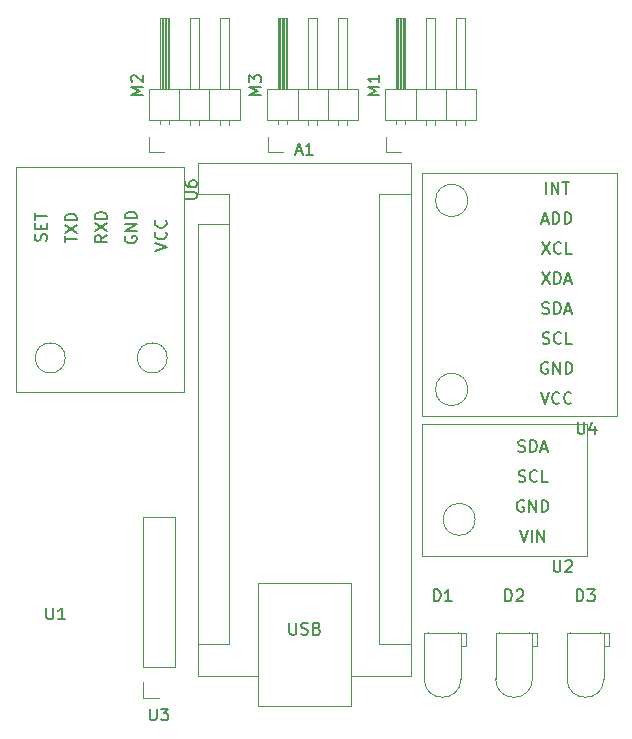
<source format=gbr>
%TF.GenerationSoftware,KiCad,Pcbnew,7.0.1*%
%TF.CreationDate,2023-04-03T23:21:57+02:00*%
%TF.ProjectId,_TS,6054532e-6b69-4636-9164-5f7063625858,rev?*%
%TF.SameCoordinates,Original*%
%TF.FileFunction,Legend,Top*%
%TF.FilePolarity,Positive*%
%FSLAX46Y46*%
G04 Gerber Fmt 4.6, Leading zero omitted, Abs format (unit mm)*
G04 Created by KiCad (PCBNEW 7.0.1) date 2023-04-03 23:21:57*
%MOMM*%
%LPD*%
G01*
G04 APERTURE LIST*
%ADD10C,0.150000*%
%ADD11C,0.120000*%
G04 APERTURE END LIST*
D10*
%TO.C,U1*%
X103488095Y-105212619D02*
X103488095Y-106022142D01*
X103488095Y-106022142D02*
X103535714Y-106117380D01*
X103535714Y-106117380D02*
X103583333Y-106165000D01*
X103583333Y-106165000D02*
X103678571Y-106212619D01*
X103678571Y-106212619D02*
X103869047Y-106212619D01*
X103869047Y-106212619D02*
X103964285Y-106165000D01*
X103964285Y-106165000D02*
X104011904Y-106117380D01*
X104011904Y-106117380D02*
X104059523Y-106022142D01*
X104059523Y-106022142D02*
X104059523Y-105212619D01*
X105059523Y-106212619D02*
X104488095Y-106212619D01*
X104773809Y-106212619D02*
X104773809Y-105212619D01*
X104773809Y-105212619D02*
X104678571Y-105355476D01*
X104678571Y-105355476D02*
X104583333Y-105450714D01*
X104583333Y-105450714D02*
X104488095Y-105498333D01*
%TO.C,D3*%
X148381905Y-104677619D02*
X148381905Y-103677619D01*
X148381905Y-103677619D02*
X148620000Y-103677619D01*
X148620000Y-103677619D02*
X148762857Y-103725238D01*
X148762857Y-103725238D02*
X148858095Y-103820476D01*
X148858095Y-103820476D02*
X148905714Y-103915714D01*
X148905714Y-103915714D02*
X148953333Y-104106190D01*
X148953333Y-104106190D02*
X148953333Y-104249047D01*
X148953333Y-104249047D02*
X148905714Y-104439523D01*
X148905714Y-104439523D02*
X148858095Y-104534761D01*
X148858095Y-104534761D02*
X148762857Y-104630000D01*
X148762857Y-104630000D02*
X148620000Y-104677619D01*
X148620000Y-104677619D02*
X148381905Y-104677619D01*
X149286667Y-103677619D02*
X149905714Y-103677619D01*
X149905714Y-103677619D02*
X149572381Y-104058571D01*
X149572381Y-104058571D02*
X149715238Y-104058571D01*
X149715238Y-104058571D02*
X149810476Y-104106190D01*
X149810476Y-104106190D02*
X149858095Y-104153809D01*
X149858095Y-104153809D02*
X149905714Y-104249047D01*
X149905714Y-104249047D02*
X149905714Y-104487142D01*
X149905714Y-104487142D02*
X149858095Y-104582380D01*
X149858095Y-104582380D02*
X149810476Y-104630000D01*
X149810476Y-104630000D02*
X149715238Y-104677619D01*
X149715238Y-104677619D02*
X149429524Y-104677619D01*
X149429524Y-104677619D02*
X149334286Y-104630000D01*
X149334286Y-104630000D02*
X149286667Y-104582380D01*
%TO.C,D2*%
X142331905Y-104677619D02*
X142331905Y-103677619D01*
X142331905Y-103677619D02*
X142570000Y-103677619D01*
X142570000Y-103677619D02*
X142712857Y-103725238D01*
X142712857Y-103725238D02*
X142808095Y-103820476D01*
X142808095Y-103820476D02*
X142855714Y-103915714D01*
X142855714Y-103915714D02*
X142903333Y-104106190D01*
X142903333Y-104106190D02*
X142903333Y-104249047D01*
X142903333Y-104249047D02*
X142855714Y-104439523D01*
X142855714Y-104439523D02*
X142808095Y-104534761D01*
X142808095Y-104534761D02*
X142712857Y-104630000D01*
X142712857Y-104630000D02*
X142570000Y-104677619D01*
X142570000Y-104677619D02*
X142331905Y-104677619D01*
X143284286Y-103772857D02*
X143331905Y-103725238D01*
X143331905Y-103725238D02*
X143427143Y-103677619D01*
X143427143Y-103677619D02*
X143665238Y-103677619D01*
X143665238Y-103677619D02*
X143760476Y-103725238D01*
X143760476Y-103725238D02*
X143808095Y-103772857D01*
X143808095Y-103772857D02*
X143855714Y-103868095D01*
X143855714Y-103868095D02*
X143855714Y-103963333D01*
X143855714Y-103963333D02*
X143808095Y-104106190D01*
X143808095Y-104106190D02*
X143236667Y-104677619D01*
X143236667Y-104677619D02*
X143855714Y-104677619D01*
%TO.C,D1*%
X136281905Y-104677619D02*
X136281905Y-103677619D01*
X136281905Y-103677619D02*
X136520000Y-103677619D01*
X136520000Y-103677619D02*
X136662857Y-103725238D01*
X136662857Y-103725238D02*
X136758095Y-103820476D01*
X136758095Y-103820476D02*
X136805714Y-103915714D01*
X136805714Y-103915714D02*
X136853333Y-104106190D01*
X136853333Y-104106190D02*
X136853333Y-104249047D01*
X136853333Y-104249047D02*
X136805714Y-104439523D01*
X136805714Y-104439523D02*
X136758095Y-104534761D01*
X136758095Y-104534761D02*
X136662857Y-104630000D01*
X136662857Y-104630000D02*
X136520000Y-104677619D01*
X136520000Y-104677619D02*
X136281905Y-104677619D01*
X137805714Y-104677619D02*
X137234286Y-104677619D01*
X137520000Y-104677619D02*
X137520000Y-103677619D01*
X137520000Y-103677619D02*
X137424762Y-103820476D01*
X137424762Y-103820476D02*
X137329524Y-103915714D01*
X137329524Y-103915714D02*
X137234286Y-103963333D01*
%TO.C,U6*%
X115209619Y-70611904D02*
X116019142Y-70611904D01*
X116019142Y-70611904D02*
X116114380Y-70564285D01*
X116114380Y-70564285D02*
X116162000Y-70516666D01*
X116162000Y-70516666D02*
X116209619Y-70421428D01*
X116209619Y-70421428D02*
X116209619Y-70230952D01*
X116209619Y-70230952D02*
X116162000Y-70135714D01*
X116162000Y-70135714D02*
X116114380Y-70088095D01*
X116114380Y-70088095D02*
X116019142Y-70040476D01*
X116019142Y-70040476D02*
X115209619Y-70040476D01*
X115209619Y-69135714D02*
X115209619Y-69326190D01*
X115209619Y-69326190D02*
X115257238Y-69421428D01*
X115257238Y-69421428D02*
X115304857Y-69469047D01*
X115304857Y-69469047D02*
X115447714Y-69564285D01*
X115447714Y-69564285D02*
X115638190Y-69611904D01*
X115638190Y-69611904D02*
X116019142Y-69611904D01*
X116019142Y-69611904D02*
X116114380Y-69564285D01*
X116114380Y-69564285D02*
X116162000Y-69516666D01*
X116162000Y-69516666D02*
X116209619Y-69421428D01*
X116209619Y-69421428D02*
X116209619Y-69230952D01*
X116209619Y-69230952D02*
X116162000Y-69135714D01*
X116162000Y-69135714D02*
X116114380Y-69088095D01*
X116114380Y-69088095D02*
X116019142Y-69040476D01*
X116019142Y-69040476D02*
X115781047Y-69040476D01*
X115781047Y-69040476D02*
X115685809Y-69088095D01*
X115685809Y-69088095D02*
X115638190Y-69135714D01*
X115638190Y-69135714D02*
X115590571Y-69230952D01*
X115590571Y-69230952D02*
X115590571Y-69421428D01*
X115590571Y-69421428D02*
X115638190Y-69516666D01*
X115638190Y-69516666D02*
X115685809Y-69564285D01*
X115685809Y-69564285D02*
X115781047Y-69611904D01*
X112669619Y-74993332D02*
X113669619Y-74659999D01*
X113669619Y-74659999D02*
X112669619Y-74326666D01*
X113574380Y-73421904D02*
X113622000Y-73469523D01*
X113622000Y-73469523D02*
X113669619Y-73612380D01*
X113669619Y-73612380D02*
X113669619Y-73707618D01*
X113669619Y-73707618D02*
X113622000Y-73850475D01*
X113622000Y-73850475D02*
X113526761Y-73945713D01*
X113526761Y-73945713D02*
X113431523Y-73993332D01*
X113431523Y-73993332D02*
X113241047Y-74040951D01*
X113241047Y-74040951D02*
X113098190Y-74040951D01*
X113098190Y-74040951D02*
X112907714Y-73993332D01*
X112907714Y-73993332D02*
X112812476Y-73945713D01*
X112812476Y-73945713D02*
X112717238Y-73850475D01*
X112717238Y-73850475D02*
X112669619Y-73707618D01*
X112669619Y-73707618D02*
X112669619Y-73612380D01*
X112669619Y-73612380D02*
X112717238Y-73469523D01*
X112717238Y-73469523D02*
X112764857Y-73421904D01*
X113574380Y-72421904D02*
X113622000Y-72469523D01*
X113622000Y-72469523D02*
X113669619Y-72612380D01*
X113669619Y-72612380D02*
X113669619Y-72707618D01*
X113669619Y-72707618D02*
X113622000Y-72850475D01*
X113622000Y-72850475D02*
X113526761Y-72945713D01*
X113526761Y-72945713D02*
X113431523Y-72993332D01*
X113431523Y-72993332D02*
X113241047Y-73040951D01*
X113241047Y-73040951D02*
X113098190Y-73040951D01*
X113098190Y-73040951D02*
X112907714Y-72993332D01*
X112907714Y-72993332D02*
X112812476Y-72945713D01*
X112812476Y-72945713D02*
X112717238Y-72850475D01*
X112717238Y-72850475D02*
X112669619Y-72707618D01*
X112669619Y-72707618D02*
X112669619Y-72612380D01*
X112669619Y-72612380D02*
X112717238Y-72469523D01*
X112717238Y-72469523D02*
X112764857Y-72421904D01*
X110177238Y-73786904D02*
X110129619Y-73882142D01*
X110129619Y-73882142D02*
X110129619Y-74024999D01*
X110129619Y-74024999D02*
X110177238Y-74167856D01*
X110177238Y-74167856D02*
X110272476Y-74263094D01*
X110272476Y-74263094D02*
X110367714Y-74310713D01*
X110367714Y-74310713D02*
X110558190Y-74358332D01*
X110558190Y-74358332D02*
X110701047Y-74358332D01*
X110701047Y-74358332D02*
X110891523Y-74310713D01*
X110891523Y-74310713D02*
X110986761Y-74263094D01*
X110986761Y-74263094D02*
X111082000Y-74167856D01*
X111082000Y-74167856D02*
X111129619Y-74024999D01*
X111129619Y-74024999D02*
X111129619Y-73929761D01*
X111129619Y-73929761D02*
X111082000Y-73786904D01*
X111082000Y-73786904D02*
X111034380Y-73739285D01*
X111034380Y-73739285D02*
X110701047Y-73739285D01*
X110701047Y-73739285D02*
X110701047Y-73929761D01*
X111129619Y-73310713D02*
X110129619Y-73310713D01*
X110129619Y-73310713D02*
X111129619Y-72739285D01*
X111129619Y-72739285D02*
X110129619Y-72739285D01*
X111129619Y-72263094D02*
X110129619Y-72263094D01*
X110129619Y-72263094D02*
X110129619Y-72024999D01*
X110129619Y-72024999D02*
X110177238Y-71882142D01*
X110177238Y-71882142D02*
X110272476Y-71786904D01*
X110272476Y-71786904D02*
X110367714Y-71739285D01*
X110367714Y-71739285D02*
X110558190Y-71691666D01*
X110558190Y-71691666D02*
X110701047Y-71691666D01*
X110701047Y-71691666D02*
X110891523Y-71739285D01*
X110891523Y-71739285D02*
X110986761Y-71786904D01*
X110986761Y-71786904D02*
X111082000Y-71882142D01*
X111082000Y-71882142D02*
X111129619Y-72024999D01*
X111129619Y-72024999D02*
X111129619Y-72263094D01*
X108589619Y-73691666D02*
X108113428Y-74024999D01*
X108589619Y-74263094D02*
X107589619Y-74263094D01*
X107589619Y-74263094D02*
X107589619Y-73882142D01*
X107589619Y-73882142D02*
X107637238Y-73786904D01*
X107637238Y-73786904D02*
X107684857Y-73739285D01*
X107684857Y-73739285D02*
X107780095Y-73691666D01*
X107780095Y-73691666D02*
X107922952Y-73691666D01*
X107922952Y-73691666D02*
X108018190Y-73739285D01*
X108018190Y-73739285D02*
X108065809Y-73786904D01*
X108065809Y-73786904D02*
X108113428Y-73882142D01*
X108113428Y-73882142D02*
X108113428Y-74263094D01*
X107589619Y-73358332D02*
X108589619Y-72691666D01*
X107589619Y-72691666D02*
X108589619Y-73358332D01*
X108589619Y-72310713D02*
X107589619Y-72310713D01*
X107589619Y-72310713D02*
X107589619Y-72072618D01*
X107589619Y-72072618D02*
X107637238Y-71929761D01*
X107637238Y-71929761D02*
X107732476Y-71834523D01*
X107732476Y-71834523D02*
X107827714Y-71786904D01*
X107827714Y-71786904D02*
X108018190Y-71739285D01*
X108018190Y-71739285D02*
X108161047Y-71739285D01*
X108161047Y-71739285D02*
X108351523Y-71786904D01*
X108351523Y-71786904D02*
X108446761Y-71834523D01*
X108446761Y-71834523D02*
X108542000Y-71929761D01*
X108542000Y-71929761D02*
X108589619Y-72072618D01*
X108589619Y-72072618D02*
X108589619Y-72310713D01*
X105049619Y-74286904D02*
X105049619Y-73715476D01*
X106049619Y-74001190D02*
X105049619Y-74001190D01*
X105049619Y-73477380D02*
X106049619Y-72810714D01*
X105049619Y-72810714D02*
X106049619Y-73477380D01*
X106049619Y-72429761D02*
X105049619Y-72429761D01*
X105049619Y-72429761D02*
X105049619Y-72191666D01*
X105049619Y-72191666D02*
X105097238Y-72048809D01*
X105097238Y-72048809D02*
X105192476Y-71953571D01*
X105192476Y-71953571D02*
X105287714Y-71905952D01*
X105287714Y-71905952D02*
X105478190Y-71858333D01*
X105478190Y-71858333D02*
X105621047Y-71858333D01*
X105621047Y-71858333D02*
X105811523Y-71905952D01*
X105811523Y-71905952D02*
X105906761Y-71953571D01*
X105906761Y-71953571D02*
X106002000Y-72048809D01*
X106002000Y-72048809D02*
X106049619Y-72191666D01*
X106049619Y-72191666D02*
X106049619Y-72429761D01*
X103462000Y-74144047D02*
X103509619Y-74001190D01*
X103509619Y-74001190D02*
X103509619Y-73763095D01*
X103509619Y-73763095D02*
X103462000Y-73667857D01*
X103462000Y-73667857D02*
X103414380Y-73620238D01*
X103414380Y-73620238D02*
X103319142Y-73572619D01*
X103319142Y-73572619D02*
X103223904Y-73572619D01*
X103223904Y-73572619D02*
X103128666Y-73620238D01*
X103128666Y-73620238D02*
X103081047Y-73667857D01*
X103081047Y-73667857D02*
X103033428Y-73763095D01*
X103033428Y-73763095D02*
X102985809Y-73953571D01*
X102985809Y-73953571D02*
X102938190Y-74048809D01*
X102938190Y-74048809D02*
X102890571Y-74096428D01*
X102890571Y-74096428D02*
X102795333Y-74144047D01*
X102795333Y-74144047D02*
X102700095Y-74144047D01*
X102700095Y-74144047D02*
X102604857Y-74096428D01*
X102604857Y-74096428D02*
X102557238Y-74048809D01*
X102557238Y-74048809D02*
X102509619Y-73953571D01*
X102509619Y-73953571D02*
X102509619Y-73715476D01*
X102509619Y-73715476D02*
X102557238Y-73572619D01*
X102985809Y-73144047D02*
X102985809Y-72810714D01*
X103509619Y-72667857D02*
X103509619Y-73144047D01*
X103509619Y-73144047D02*
X102509619Y-73144047D01*
X102509619Y-73144047D02*
X102509619Y-72667857D01*
X102509619Y-72382142D02*
X102509619Y-71810714D01*
X103509619Y-72096428D02*
X102509619Y-72096428D01*
%TO.C,A1*%
X124602714Y-66580904D02*
X125078904Y-66580904D01*
X124507476Y-66866619D02*
X124840809Y-65866619D01*
X124840809Y-65866619D02*
X125174142Y-66866619D01*
X126031285Y-66866619D02*
X125459857Y-66866619D01*
X125745571Y-66866619D02*
X125745571Y-65866619D01*
X125745571Y-65866619D02*
X125650333Y-66009476D01*
X125650333Y-66009476D02*
X125555095Y-66104714D01*
X125555095Y-66104714D02*
X125459857Y-66152333D01*
X124055095Y-106506619D02*
X124055095Y-107316142D01*
X124055095Y-107316142D02*
X124102714Y-107411380D01*
X124102714Y-107411380D02*
X124150333Y-107459000D01*
X124150333Y-107459000D02*
X124245571Y-107506619D01*
X124245571Y-107506619D02*
X124436047Y-107506619D01*
X124436047Y-107506619D02*
X124531285Y-107459000D01*
X124531285Y-107459000D02*
X124578904Y-107411380D01*
X124578904Y-107411380D02*
X124626523Y-107316142D01*
X124626523Y-107316142D02*
X124626523Y-106506619D01*
X125055095Y-107459000D02*
X125197952Y-107506619D01*
X125197952Y-107506619D02*
X125436047Y-107506619D01*
X125436047Y-107506619D02*
X125531285Y-107459000D01*
X125531285Y-107459000D02*
X125578904Y-107411380D01*
X125578904Y-107411380D02*
X125626523Y-107316142D01*
X125626523Y-107316142D02*
X125626523Y-107220904D01*
X125626523Y-107220904D02*
X125578904Y-107125666D01*
X125578904Y-107125666D02*
X125531285Y-107078047D01*
X125531285Y-107078047D02*
X125436047Y-107030428D01*
X125436047Y-107030428D02*
X125245571Y-106982809D01*
X125245571Y-106982809D02*
X125150333Y-106935190D01*
X125150333Y-106935190D02*
X125102714Y-106887571D01*
X125102714Y-106887571D02*
X125055095Y-106792333D01*
X125055095Y-106792333D02*
X125055095Y-106697095D01*
X125055095Y-106697095D02*
X125102714Y-106601857D01*
X125102714Y-106601857D02*
X125150333Y-106554238D01*
X125150333Y-106554238D02*
X125245571Y-106506619D01*
X125245571Y-106506619D02*
X125483666Y-106506619D01*
X125483666Y-106506619D02*
X125626523Y-106554238D01*
X126388428Y-106982809D02*
X126531285Y-107030428D01*
X126531285Y-107030428D02*
X126578904Y-107078047D01*
X126578904Y-107078047D02*
X126626523Y-107173285D01*
X126626523Y-107173285D02*
X126626523Y-107316142D01*
X126626523Y-107316142D02*
X126578904Y-107411380D01*
X126578904Y-107411380D02*
X126531285Y-107459000D01*
X126531285Y-107459000D02*
X126436047Y-107506619D01*
X126436047Y-107506619D02*
X126055095Y-107506619D01*
X126055095Y-107506619D02*
X126055095Y-106506619D01*
X126055095Y-106506619D02*
X126388428Y-106506619D01*
X126388428Y-106506619D02*
X126483666Y-106554238D01*
X126483666Y-106554238D02*
X126531285Y-106601857D01*
X126531285Y-106601857D02*
X126578904Y-106697095D01*
X126578904Y-106697095D02*
X126578904Y-106792333D01*
X126578904Y-106792333D02*
X126531285Y-106887571D01*
X126531285Y-106887571D02*
X126483666Y-106935190D01*
X126483666Y-106935190D02*
X126388428Y-106982809D01*
X126388428Y-106982809D02*
X126055095Y-106982809D01*
%TO.C,U4*%
X148463095Y-89505619D02*
X148463095Y-90315142D01*
X148463095Y-90315142D02*
X148510714Y-90410380D01*
X148510714Y-90410380D02*
X148558333Y-90458000D01*
X148558333Y-90458000D02*
X148653571Y-90505619D01*
X148653571Y-90505619D02*
X148844047Y-90505619D01*
X148844047Y-90505619D02*
X148939285Y-90458000D01*
X148939285Y-90458000D02*
X148986904Y-90410380D01*
X148986904Y-90410380D02*
X149034523Y-90315142D01*
X149034523Y-90315142D02*
X149034523Y-89505619D01*
X149939285Y-89838952D02*
X149939285Y-90505619D01*
X149701190Y-89458000D02*
X149463095Y-90172285D01*
X149463095Y-90172285D02*
X150082142Y-90172285D01*
X145351667Y-86965619D02*
X145685000Y-87965619D01*
X145685000Y-87965619D02*
X146018333Y-86965619D01*
X146923095Y-87870380D02*
X146875476Y-87918000D01*
X146875476Y-87918000D02*
X146732619Y-87965619D01*
X146732619Y-87965619D02*
X146637381Y-87965619D01*
X146637381Y-87965619D02*
X146494524Y-87918000D01*
X146494524Y-87918000D02*
X146399286Y-87822761D01*
X146399286Y-87822761D02*
X146351667Y-87727523D01*
X146351667Y-87727523D02*
X146304048Y-87537047D01*
X146304048Y-87537047D02*
X146304048Y-87394190D01*
X146304048Y-87394190D02*
X146351667Y-87203714D01*
X146351667Y-87203714D02*
X146399286Y-87108476D01*
X146399286Y-87108476D02*
X146494524Y-87013238D01*
X146494524Y-87013238D02*
X146637381Y-86965619D01*
X146637381Y-86965619D02*
X146732619Y-86965619D01*
X146732619Y-86965619D02*
X146875476Y-87013238D01*
X146875476Y-87013238D02*
X146923095Y-87060857D01*
X147923095Y-87870380D02*
X147875476Y-87918000D01*
X147875476Y-87918000D02*
X147732619Y-87965619D01*
X147732619Y-87965619D02*
X147637381Y-87965619D01*
X147637381Y-87965619D02*
X147494524Y-87918000D01*
X147494524Y-87918000D02*
X147399286Y-87822761D01*
X147399286Y-87822761D02*
X147351667Y-87727523D01*
X147351667Y-87727523D02*
X147304048Y-87537047D01*
X147304048Y-87537047D02*
X147304048Y-87394190D01*
X147304048Y-87394190D02*
X147351667Y-87203714D01*
X147351667Y-87203714D02*
X147399286Y-87108476D01*
X147399286Y-87108476D02*
X147494524Y-87013238D01*
X147494524Y-87013238D02*
X147637381Y-86965619D01*
X147637381Y-86965619D02*
X147732619Y-86965619D01*
X147732619Y-86965619D02*
X147875476Y-87013238D01*
X147875476Y-87013238D02*
X147923095Y-87060857D01*
X145923095Y-84473238D02*
X145827857Y-84425619D01*
X145827857Y-84425619D02*
X145685000Y-84425619D01*
X145685000Y-84425619D02*
X145542143Y-84473238D01*
X145542143Y-84473238D02*
X145446905Y-84568476D01*
X145446905Y-84568476D02*
X145399286Y-84663714D01*
X145399286Y-84663714D02*
X145351667Y-84854190D01*
X145351667Y-84854190D02*
X145351667Y-84997047D01*
X145351667Y-84997047D02*
X145399286Y-85187523D01*
X145399286Y-85187523D02*
X145446905Y-85282761D01*
X145446905Y-85282761D02*
X145542143Y-85378000D01*
X145542143Y-85378000D02*
X145685000Y-85425619D01*
X145685000Y-85425619D02*
X145780238Y-85425619D01*
X145780238Y-85425619D02*
X145923095Y-85378000D01*
X145923095Y-85378000D02*
X145970714Y-85330380D01*
X145970714Y-85330380D02*
X145970714Y-84997047D01*
X145970714Y-84997047D02*
X145780238Y-84997047D01*
X146399286Y-85425619D02*
X146399286Y-84425619D01*
X146399286Y-84425619D02*
X146970714Y-85425619D01*
X146970714Y-85425619D02*
X146970714Y-84425619D01*
X147446905Y-85425619D02*
X147446905Y-84425619D01*
X147446905Y-84425619D02*
X147685000Y-84425619D01*
X147685000Y-84425619D02*
X147827857Y-84473238D01*
X147827857Y-84473238D02*
X147923095Y-84568476D01*
X147923095Y-84568476D02*
X147970714Y-84663714D01*
X147970714Y-84663714D02*
X148018333Y-84854190D01*
X148018333Y-84854190D02*
X148018333Y-84997047D01*
X148018333Y-84997047D02*
X147970714Y-85187523D01*
X147970714Y-85187523D02*
X147923095Y-85282761D01*
X147923095Y-85282761D02*
X147827857Y-85378000D01*
X147827857Y-85378000D02*
X147685000Y-85425619D01*
X147685000Y-85425619D02*
X147446905Y-85425619D01*
X145494524Y-82838000D02*
X145637381Y-82885619D01*
X145637381Y-82885619D02*
X145875476Y-82885619D01*
X145875476Y-82885619D02*
X145970714Y-82838000D01*
X145970714Y-82838000D02*
X146018333Y-82790380D01*
X146018333Y-82790380D02*
X146065952Y-82695142D01*
X146065952Y-82695142D02*
X146065952Y-82599904D01*
X146065952Y-82599904D02*
X146018333Y-82504666D01*
X146018333Y-82504666D02*
X145970714Y-82457047D01*
X145970714Y-82457047D02*
X145875476Y-82409428D01*
X145875476Y-82409428D02*
X145685000Y-82361809D01*
X145685000Y-82361809D02*
X145589762Y-82314190D01*
X145589762Y-82314190D02*
X145542143Y-82266571D01*
X145542143Y-82266571D02*
X145494524Y-82171333D01*
X145494524Y-82171333D02*
X145494524Y-82076095D01*
X145494524Y-82076095D02*
X145542143Y-81980857D01*
X145542143Y-81980857D02*
X145589762Y-81933238D01*
X145589762Y-81933238D02*
X145685000Y-81885619D01*
X145685000Y-81885619D02*
X145923095Y-81885619D01*
X145923095Y-81885619D02*
X146065952Y-81933238D01*
X147065952Y-82790380D02*
X147018333Y-82838000D01*
X147018333Y-82838000D02*
X146875476Y-82885619D01*
X146875476Y-82885619D02*
X146780238Y-82885619D01*
X146780238Y-82885619D02*
X146637381Y-82838000D01*
X146637381Y-82838000D02*
X146542143Y-82742761D01*
X146542143Y-82742761D02*
X146494524Y-82647523D01*
X146494524Y-82647523D02*
X146446905Y-82457047D01*
X146446905Y-82457047D02*
X146446905Y-82314190D01*
X146446905Y-82314190D02*
X146494524Y-82123714D01*
X146494524Y-82123714D02*
X146542143Y-82028476D01*
X146542143Y-82028476D02*
X146637381Y-81933238D01*
X146637381Y-81933238D02*
X146780238Y-81885619D01*
X146780238Y-81885619D02*
X146875476Y-81885619D01*
X146875476Y-81885619D02*
X147018333Y-81933238D01*
X147018333Y-81933238D02*
X147065952Y-81980857D01*
X147970714Y-82885619D02*
X147494524Y-82885619D01*
X147494524Y-82885619D02*
X147494524Y-81885619D01*
X145470714Y-80298000D02*
X145613571Y-80345619D01*
X145613571Y-80345619D02*
X145851666Y-80345619D01*
X145851666Y-80345619D02*
X145946904Y-80298000D01*
X145946904Y-80298000D02*
X145994523Y-80250380D01*
X145994523Y-80250380D02*
X146042142Y-80155142D01*
X146042142Y-80155142D02*
X146042142Y-80059904D01*
X146042142Y-80059904D02*
X145994523Y-79964666D01*
X145994523Y-79964666D02*
X145946904Y-79917047D01*
X145946904Y-79917047D02*
X145851666Y-79869428D01*
X145851666Y-79869428D02*
X145661190Y-79821809D01*
X145661190Y-79821809D02*
X145565952Y-79774190D01*
X145565952Y-79774190D02*
X145518333Y-79726571D01*
X145518333Y-79726571D02*
X145470714Y-79631333D01*
X145470714Y-79631333D02*
X145470714Y-79536095D01*
X145470714Y-79536095D02*
X145518333Y-79440857D01*
X145518333Y-79440857D02*
X145565952Y-79393238D01*
X145565952Y-79393238D02*
X145661190Y-79345619D01*
X145661190Y-79345619D02*
X145899285Y-79345619D01*
X145899285Y-79345619D02*
X146042142Y-79393238D01*
X146470714Y-80345619D02*
X146470714Y-79345619D01*
X146470714Y-79345619D02*
X146708809Y-79345619D01*
X146708809Y-79345619D02*
X146851666Y-79393238D01*
X146851666Y-79393238D02*
X146946904Y-79488476D01*
X146946904Y-79488476D02*
X146994523Y-79583714D01*
X146994523Y-79583714D02*
X147042142Y-79774190D01*
X147042142Y-79774190D02*
X147042142Y-79917047D01*
X147042142Y-79917047D02*
X146994523Y-80107523D01*
X146994523Y-80107523D02*
X146946904Y-80202761D01*
X146946904Y-80202761D02*
X146851666Y-80298000D01*
X146851666Y-80298000D02*
X146708809Y-80345619D01*
X146708809Y-80345619D02*
X146470714Y-80345619D01*
X147423095Y-80059904D02*
X147899285Y-80059904D01*
X147327857Y-80345619D02*
X147661190Y-79345619D01*
X147661190Y-79345619D02*
X147994523Y-80345619D01*
X145423095Y-76805619D02*
X146089761Y-77805619D01*
X146089761Y-76805619D02*
X145423095Y-77805619D01*
X146470714Y-77805619D02*
X146470714Y-76805619D01*
X146470714Y-76805619D02*
X146708809Y-76805619D01*
X146708809Y-76805619D02*
X146851666Y-76853238D01*
X146851666Y-76853238D02*
X146946904Y-76948476D01*
X146946904Y-76948476D02*
X146994523Y-77043714D01*
X146994523Y-77043714D02*
X147042142Y-77234190D01*
X147042142Y-77234190D02*
X147042142Y-77377047D01*
X147042142Y-77377047D02*
X146994523Y-77567523D01*
X146994523Y-77567523D02*
X146946904Y-77662761D01*
X146946904Y-77662761D02*
X146851666Y-77758000D01*
X146851666Y-77758000D02*
X146708809Y-77805619D01*
X146708809Y-77805619D02*
X146470714Y-77805619D01*
X147423095Y-77519904D02*
X147899285Y-77519904D01*
X147327857Y-77805619D02*
X147661190Y-76805619D01*
X147661190Y-76805619D02*
X147994523Y-77805619D01*
X145446905Y-74265619D02*
X146113571Y-75265619D01*
X146113571Y-74265619D02*
X145446905Y-75265619D01*
X147065952Y-75170380D02*
X147018333Y-75218000D01*
X147018333Y-75218000D02*
X146875476Y-75265619D01*
X146875476Y-75265619D02*
X146780238Y-75265619D01*
X146780238Y-75265619D02*
X146637381Y-75218000D01*
X146637381Y-75218000D02*
X146542143Y-75122761D01*
X146542143Y-75122761D02*
X146494524Y-75027523D01*
X146494524Y-75027523D02*
X146446905Y-74837047D01*
X146446905Y-74837047D02*
X146446905Y-74694190D01*
X146446905Y-74694190D02*
X146494524Y-74503714D01*
X146494524Y-74503714D02*
X146542143Y-74408476D01*
X146542143Y-74408476D02*
X146637381Y-74313238D01*
X146637381Y-74313238D02*
X146780238Y-74265619D01*
X146780238Y-74265619D02*
X146875476Y-74265619D01*
X146875476Y-74265619D02*
X147018333Y-74313238D01*
X147018333Y-74313238D02*
X147065952Y-74360857D01*
X147970714Y-75265619D02*
X147494524Y-75265619D01*
X147494524Y-75265619D02*
X147494524Y-74265619D01*
X145446905Y-72439904D02*
X145923095Y-72439904D01*
X145351667Y-72725619D02*
X145685000Y-71725619D01*
X145685000Y-71725619D02*
X146018333Y-72725619D01*
X146351667Y-72725619D02*
X146351667Y-71725619D01*
X146351667Y-71725619D02*
X146589762Y-71725619D01*
X146589762Y-71725619D02*
X146732619Y-71773238D01*
X146732619Y-71773238D02*
X146827857Y-71868476D01*
X146827857Y-71868476D02*
X146875476Y-71963714D01*
X146875476Y-71963714D02*
X146923095Y-72154190D01*
X146923095Y-72154190D02*
X146923095Y-72297047D01*
X146923095Y-72297047D02*
X146875476Y-72487523D01*
X146875476Y-72487523D02*
X146827857Y-72582761D01*
X146827857Y-72582761D02*
X146732619Y-72678000D01*
X146732619Y-72678000D02*
X146589762Y-72725619D01*
X146589762Y-72725619D02*
X146351667Y-72725619D01*
X147351667Y-72725619D02*
X147351667Y-71725619D01*
X147351667Y-71725619D02*
X147589762Y-71725619D01*
X147589762Y-71725619D02*
X147732619Y-71773238D01*
X147732619Y-71773238D02*
X147827857Y-71868476D01*
X147827857Y-71868476D02*
X147875476Y-71963714D01*
X147875476Y-71963714D02*
X147923095Y-72154190D01*
X147923095Y-72154190D02*
X147923095Y-72297047D01*
X147923095Y-72297047D02*
X147875476Y-72487523D01*
X147875476Y-72487523D02*
X147827857Y-72582761D01*
X147827857Y-72582761D02*
X147732619Y-72678000D01*
X147732619Y-72678000D02*
X147589762Y-72725619D01*
X147589762Y-72725619D02*
X147351667Y-72725619D01*
X145780238Y-70185619D02*
X145780238Y-69185619D01*
X146256428Y-70185619D02*
X146256428Y-69185619D01*
X146256428Y-69185619D02*
X146827856Y-70185619D01*
X146827856Y-70185619D02*
X146827856Y-69185619D01*
X147161190Y-69185619D02*
X147732618Y-69185619D01*
X147446904Y-70185619D02*
X147446904Y-69185619D01*
%TO.C,U3*%
X112238095Y-113772619D02*
X112238095Y-114582142D01*
X112238095Y-114582142D02*
X112285714Y-114677380D01*
X112285714Y-114677380D02*
X112333333Y-114725000D01*
X112333333Y-114725000D02*
X112428571Y-114772619D01*
X112428571Y-114772619D02*
X112619047Y-114772619D01*
X112619047Y-114772619D02*
X112714285Y-114725000D01*
X112714285Y-114725000D02*
X112761904Y-114677380D01*
X112761904Y-114677380D02*
X112809523Y-114582142D01*
X112809523Y-114582142D02*
X112809523Y-113772619D01*
X113190476Y-113772619D02*
X113809523Y-113772619D01*
X113809523Y-113772619D02*
X113476190Y-114153571D01*
X113476190Y-114153571D02*
X113619047Y-114153571D01*
X113619047Y-114153571D02*
X113714285Y-114201190D01*
X113714285Y-114201190D02*
X113761904Y-114248809D01*
X113761904Y-114248809D02*
X113809523Y-114344047D01*
X113809523Y-114344047D02*
X113809523Y-114582142D01*
X113809523Y-114582142D02*
X113761904Y-114677380D01*
X113761904Y-114677380D02*
X113714285Y-114725000D01*
X113714285Y-114725000D02*
X113619047Y-114772619D01*
X113619047Y-114772619D02*
X113333333Y-114772619D01*
X113333333Y-114772619D02*
X113238095Y-114725000D01*
X113238095Y-114725000D02*
X113190476Y-114677380D01*
%TO.C,U2*%
X146431095Y-101189619D02*
X146431095Y-101999142D01*
X146431095Y-101999142D02*
X146478714Y-102094380D01*
X146478714Y-102094380D02*
X146526333Y-102142000D01*
X146526333Y-102142000D02*
X146621571Y-102189619D01*
X146621571Y-102189619D02*
X146812047Y-102189619D01*
X146812047Y-102189619D02*
X146907285Y-102142000D01*
X146907285Y-102142000D02*
X146954904Y-102094380D01*
X146954904Y-102094380D02*
X147002523Y-101999142D01*
X147002523Y-101999142D02*
X147002523Y-101189619D01*
X147431095Y-101284857D02*
X147478714Y-101237238D01*
X147478714Y-101237238D02*
X147573952Y-101189619D01*
X147573952Y-101189619D02*
X147812047Y-101189619D01*
X147812047Y-101189619D02*
X147907285Y-101237238D01*
X147907285Y-101237238D02*
X147954904Y-101284857D01*
X147954904Y-101284857D02*
X148002523Y-101380095D01*
X148002523Y-101380095D02*
X148002523Y-101475333D01*
X148002523Y-101475333D02*
X147954904Y-101618190D01*
X147954904Y-101618190D02*
X147383476Y-102189619D01*
X147383476Y-102189619D02*
X148002523Y-102189619D01*
X143557762Y-98649619D02*
X143891095Y-99649619D01*
X143891095Y-99649619D02*
X144224428Y-98649619D01*
X144557762Y-99649619D02*
X144557762Y-98649619D01*
X145033952Y-99649619D02*
X145033952Y-98649619D01*
X145033952Y-98649619D02*
X145605380Y-99649619D01*
X145605380Y-99649619D02*
X145605380Y-98649619D01*
X143891095Y-96157238D02*
X143795857Y-96109619D01*
X143795857Y-96109619D02*
X143653000Y-96109619D01*
X143653000Y-96109619D02*
X143510143Y-96157238D01*
X143510143Y-96157238D02*
X143414905Y-96252476D01*
X143414905Y-96252476D02*
X143367286Y-96347714D01*
X143367286Y-96347714D02*
X143319667Y-96538190D01*
X143319667Y-96538190D02*
X143319667Y-96681047D01*
X143319667Y-96681047D02*
X143367286Y-96871523D01*
X143367286Y-96871523D02*
X143414905Y-96966761D01*
X143414905Y-96966761D02*
X143510143Y-97062000D01*
X143510143Y-97062000D02*
X143653000Y-97109619D01*
X143653000Y-97109619D02*
X143748238Y-97109619D01*
X143748238Y-97109619D02*
X143891095Y-97062000D01*
X143891095Y-97062000D02*
X143938714Y-97014380D01*
X143938714Y-97014380D02*
X143938714Y-96681047D01*
X143938714Y-96681047D02*
X143748238Y-96681047D01*
X144367286Y-97109619D02*
X144367286Y-96109619D01*
X144367286Y-96109619D02*
X144938714Y-97109619D01*
X144938714Y-97109619D02*
X144938714Y-96109619D01*
X145414905Y-97109619D02*
X145414905Y-96109619D01*
X145414905Y-96109619D02*
X145653000Y-96109619D01*
X145653000Y-96109619D02*
X145795857Y-96157238D01*
X145795857Y-96157238D02*
X145891095Y-96252476D01*
X145891095Y-96252476D02*
X145938714Y-96347714D01*
X145938714Y-96347714D02*
X145986333Y-96538190D01*
X145986333Y-96538190D02*
X145986333Y-96681047D01*
X145986333Y-96681047D02*
X145938714Y-96871523D01*
X145938714Y-96871523D02*
X145891095Y-96966761D01*
X145891095Y-96966761D02*
X145795857Y-97062000D01*
X145795857Y-97062000D02*
X145653000Y-97109619D01*
X145653000Y-97109619D02*
X145414905Y-97109619D01*
X143462524Y-94522000D02*
X143605381Y-94569619D01*
X143605381Y-94569619D02*
X143843476Y-94569619D01*
X143843476Y-94569619D02*
X143938714Y-94522000D01*
X143938714Y-94522000D02*
X143986333Y-94474380D01*
X143986333Y-94474380D02*
X144033952Y-94379142D01*
X144033952Y-94379142D02*
X144033952Y-94283904D01*
X144033952Y-94283904D02*
X143986333Y-94188666D01*
X143986333Y-94188666D02*
X143938714Y-94141047D01*
X143938714Y-94141047D02*
X143843476Y-94093428D01*
X143843476Y-94093428D02*
X143653000Y-94045809D01*
X143653000Y-94045809D02*
X143557762Y-93998190D01*
X143557762Y-93998190D02*
X143510143Y-93950571D01*
X143510143Y-93950571D02*
X143462524Y-93855333D01*
X143462524Y-93855333D02*
X143462524Y-93760095D01*
X143462524Y-93760095D02*
X143510143Y-93664857D01*
X143510143Y-93664857D02*
X143557762Y-93617238D01*
X143557762Y-93617238D02*
X143653000Y-93569619D01*
X143653000Y-93569619D02*
X143891095Y-93569619D01*
X143891095Y-93569619D02*
X144033952Y-93617238D01*
X145033952Y-94474380D02*
X144986333Y-94522000D01*
X144986333Y-94522000D02*
X144843476Y-94569619D01*
X144843476Y-94569619D02*
X144748238Y-94569619D01*
X144748238Y-94569619D02*
X144605381Y-94522000D01*
X144605381Y-94522000D02*
X144510143Y-94426761D01*
X144510143Y-94426761D02*
X144462524Y-94331523D01*
X144462524Y-94331523D02*
X144414905Y-94141047D01*
X144414905Y-94141047D02*
X144414905Y-93998190D01*
X144414905Y-93998190D02*
X144462524Y-93807714D01*
X144462524Y-93807714D02*
X144510143Y-93712476D01*
X144510143Y-93712476D02*
X144605381Y-93617238D01*
X144605381Y-93617238D02*
X144748238Y-93569619D01*
X144748238Y-93569619D02*
X144843476Y-93569619D01*
X144843476Y-93569619D02*
X144986333Y-93617238D01*
X144986333Y-93617238D02*
X145033952Y-93664857D01*
X145938714Y-94569619D02*
X145462524Y-94569619D01*
X145462524Y-94569619D02*
X145462524Y-93569619D01*
X143438714Y-91982000D02*
X143581571Y-92029619D01*
X143581571Y-92029619D02*
X143819666Y-92029619D01*
X143819666Y-92029619D02*
X143914904Y-91982000D01*
X143914904Y-91982000D02*
X143962523Y-91934380D01*
X143962523Y-91934380D02*
X144010142Y-91839142D01*
X144010142Y-91839142D02*
X144010142Y-91743904D01*
X144010142Y-91743904D02*
X143962523Y-91648666D01*
X143962523Y-91648666D02*
X143914904Y-91601047D01*
X143914904Y-91601047D02*
X143819666Y-91553428D01*
X143819666Y-91553428D02*
X143629190Y-91505809D01*
X143629190Y-91505809D02*
X143533952Y-91458190D01*
X143533952Y-91458190D02*
X143486333Y-91410571D01*
X143486333Y-91410571D02*
X143438714Y-91315333D01*
X143438714Y-91315333D02*
X143438714Y-91220095D01*
X143438714Y-91220095D02*
X143486333Y-91124857D01*
X143486333Y-91124857D02*
X143533952Y-91077238D01*
X143533952Y-91077238D02*
X143629190Y-91029619D01*
X143629190Y-91029619D02*
X143867285Y-91029619D01*
X143867285Y-91029619D02*
X144010142Y-91077238D01*
X144438714Y-92029619D02*
X144438714Y-91029619D01*
X144438714Y-91029619D02*
X144676809Y-91029619D01*
X144676809Y-91029619D02*
X144819666Y-91077238D01*
X144819666Y-91077238D02*
X144914904Y-91172476D01*
X144914904Y-91172476D02*
X144962523Y-91267714D01*
X144962523Y-91267714D02*
X145010142Y-91458190D01*
X145010142Y-91458190D02*
X145010142Y-91601047D01*
X145010142Y-91601047D02*
X144962523Y-91791523D01*
X144962523Y-91791523D02*
X144914904Y-91886761D01*
X144914904Y-91886761D02*
X144819666Y-91982000D01*
X144819666Y-91982000D02*
X144676809Y-92029619D01*
X144676809Y-92029619D02*
X144438714Y-92029619D01*
X145391095Y-91743904D02*
X145867285Y-91743904D01*
X145295857Y-92029619D02*
X145629190Y-91029619D01*
X145629190Y-91029619D02*
X145962523Y-92029619D01*
%TO.C,M3*%
X121667619Y-61799523D02*
X120667619Y-61799523D01*
X120667619Y-61799523D02*
X121381904Y-61466190D01*
X121381904Y-61466190D02*
X120667619Y-61132857D01*
X120667619Y-61132857D02*
X121667619Y-61132857D01*
X120667619Y-60751904D02*
X120667619Y-60132857D01*
X120667619Y-60132857D02*
X121048571Y-60466190D01*
X121048571Y-60466190D02*
X121048571Y-60323333D01*
X121048571Y-60323333D02*
X121096190Y-60228095D01*
X121096190Y-60228095D02*
X121143809Y-60180476D01*
X121143809Y-60180476D02*
X121239047Y-60132857D01*
X121239047Y-60132857D02*
X121477142Y-60132857D01*
X121477142Y-60132857D02*
X121572380Y-60180476D01*
X121572380Y-60180476D02*
X121620000Y-60228095D01*
X121620000Y-60228095D02*
X121667619Y-60323333D01*
X121667619Y-60323333D02*
X121667619Y-60609047D01*
X121667619Y-60609047D02*
X121620000Y-60704285D01*
X121620000Y-60704285D02*
X121572380Y-60751904D01*
%TO.C,M2*%
X111652619Y-61799523D02*
X110652619Y-61799523D01*
X110652619Y-61799523D02*
X111366904Y-61466190D01*
X111366904Y-61466190D02*
X110652619Y-61132857D01*
X110652619Y-61132857D02*
X111652619Y-61132857D01*
X110747857Y-60704285D02*
X110700238Y-60656666D01*
X110700238Y-60656666D02*
X110652619Y-60561428D01*
X110652619Y-60561428D02*
X110652619Y-60323333D01*
X110652619Y-60323333D02*
X110700238Y-60228095D01*
X110700238Y-60228095D02*
X110747857Y-60180476D01*
X110747857Y-60180476D02*
X110843095Y-60132857D01*
X110843095Y-60132857D02*
X110938333Y-60132857D01*
X110938333Y-60132857D02*
X111081190Y-60180476D01*
X111081190Y-60180476D02*
X111652619Y-60751904D01*
X111652619Y-60751904D02*
X111652619Y-60132857D01*
%TO.C,M1*%
X131667619Y-61799523D02*
X130667619Y-61799523D01*
X130667619Y-61799523D02*
X131381904Y-61466190D01*
X131381904Y-61466190D02*
X130667619Y-61132857D01*
X130667619Y-61132857D02*
X131667619Y-61132857D01*
X131667619Y-60132857D02*
X131667619Y-60704285D01*
X131667619Y-60418571D02*
X130667619Y-60418571D01*
X130667619Y-60418571D02*
X130810476Y-60513809D01*
X130810476Y-60513809D02*
X130905714Y-60609047D01*
X130905714Y-60609047D02*
X130953333Y-60704285D01*
D11*
%TO.C,D3*%
X147560000Y-111245000D02*
G75*
G03*
X150680000Y-111245000I1560000J0D01*
G01*
X150390000Y-107385000D02*
X150390000Y-107385000D01*
X147850000Y-107385000D02*
X147850000Y-107255000D01*
X150390000Y-107385000D02*
X150390000Y-107255000D01*
X150680000Y-107385000D02*
X150680000Y-111245000D01*
X147560000Y-107385000D02*
X147560000Y-111245000D01*
X150680000Y-107385000D02*
X151080000Y-107385000D01*
X151080000Y-107385000D02*
X151080000Y-108505000D01*
X150390000Y-107255000D02*
X150390000Y-107255000D01*
X147850000Y-107255000D02*
X147850000Y-107255000D01*
X150390000Y-107255000D02*
X150390000Y-107385000D01*
X150680000Y-108505000D02*
X150680000Y-107385000D01*
X147850000Y-107255000D02*
X147850000Y-107385000D01*
X147560000Y-107385000D02*
X150680000Y-107385000D01*
X151080000Y-108505000D02*
X150680000Y-108505000D01*
X147850000Y-107385000D02*
X147850000Y-107385000D01*
%TO.C,D2*%
X141510000Y-111245000D02*
G75*
G03*
X144630000Y-111245000I1560000J0D01*
G01*
X144340000Y-107385000D02*
X144340000Y-107385000D01*
X141800000Y-107385000D02*
X141800000Y-107255000D01*
X144340000Y-107385000D02*
X144340000Y-107255000D01*
X144630000Y-107385000D02*
X144630000Y-111245000D01*
X141510000Y-107385000D02*
X141510000Y-111245000D01*
X144630000Y-107385000D02*
X145030000Y-107385000D01*
X145030000Y-107385000D02*
X145030000Y-108505000D01*
X144340000Y-107255000D02*
X144340000Y-107255000D01*
X141800000Y-107255000D02*
X141800000Y-107255000D01*
X144340000Y-107255000D02*
X144340000Y-107385000D01*
X144630000Y-108505000D02*
X144630000Y-107385000D01*
X141800000Y-107255000D02*
X141800000Y-107385000D01*
X141510000Y-107385000D02*
X144630000Y-107385000D01*
X145030000Y-108505000D02*
X144630000Y-108505000D01*
X141800000Y-107385000D02*
X141800000Y-107385000D01*
%TO.C,D1*%
X135460000Y-111245000D02*
G75*
G03*
X138580000Y-111245000I1560000J0D01*
G01*
X138290000Y-107385000D02*
X138290000Y-107385000D01*
X135750000Y-107385000D02*
X135750000Y-107255000D01*
X138290000Y-107385000D02*
X138290000Y-107255000D01*
X138580000Y-107385000D02*
X138580000Y-111245000D01*
X135460000Y-107385000D02*
X135460000Y-111245000D01*
X138580000Y-107385000D02*
X138980000Y-107385000D01*
X138980000Y-107385000D02*
X138980000Y-108505000D01*
X138290000Y-107255000D02*
X138290000Y-107255000D01*
X135750000Y-107255000D02*
X135750000Y-107255000D01*
X138290000Y-107255000D02*
X138290000Y-107385000D01*
X138580000Y-108505000D02*
X138580000Y-107385000D01*
X135750000Y-107255000D02*
X135750000Y-107385000D01*
X135460000Y-107385000D02*
X138580000Y-107385000D01*
X138980000Y-108505000D02*
X138580000Y-108505000D01*
X135750000Y-107385000D02*
X135750000Y-107385000D01*
%TO.C,U6*%
X115112000Y-67945000D02*
X115112000Y-86995000D01*
X115112000Y-86995000D02*
X100888000Y-86995000D01*
X100888000Y-86995000D02*
X100888000Y-67945000D01*
X100888000Y-67945000D02*
X115112000Y-67945000D01*
X113715000Y-84074000D02*
G75*
G03*
X113715000Y-84074000I-1270000J0D01*
G01*
X105079000Y-84074000D02*
G75*
G03*
X105079000Y-84074000I-1270000J0D01*
G01*
%TO.C,A1*%
X118967000Y-70214000D02*
X116297000Y-70214000D01*
X129257000Y-113524000D02*
X121377000Y-113524000D01*
X134337000Y-110984000D02*
X134337000Y-67544000D01*
X121377000Y-113524000D02*
X121377000Y-103104000D01*
X129257000Y-103104000D02*
X129257000Y-113524000D01*
X134337000Y-110984000D02*
X129257000Y-110984000D01*
X116297000Y-72754000D02*
X116297000Y-110984000D01*
X118967000Y-108314000D02*
X116297000Y-108314000D01*
X131667000Y-70214000D02*
X131667000Y-108314000D01*
X118967000Y-72754000D02*
X118967000Y-70214000D01*
X131667000Y-108314000D02*
X134337000Y-108314000D01*
X131667000Y-70214000D02*
X134337000Y-70214000D01*
X118967000Y-72754000D02*
X116297000Y-72754000D01*
X134337000Y-67544000D02*
X116297000Y-67544000D01*
X116297000Y-110984000D02*
X121377000Y-110984000D01*
X116297000Y-67544000D02*
X116297000Y-70214000D01*
X121377000Y-103104000D02*
X129257000Y-103104000D01*
X118967000Y-72754000D02*
X118967000Y-108314000D01*
%TO.C,U4*%
X151765000Y-89027000D02*
X135255000Y-89027000D01*
X135255000Y-89027000D02*
X135255000Y-68453000D01*
X135255000Y-68453000D02*
X151765000Y-68453000D01*
X151765000Y-68453000D02*
X151765000Y-89027000D01*
X139162832Y-70739000D02*
G75*
G03*
X139162832Y-70739000I-1367832J0D01*
G01*
X139162832Y-86741000D02*
G75*
G03*
X139162832Y-86741000I-1367832J0D01*
G01*
%TO.C,U3*%
X114330000Y-97510000D02*
X111670000Y-97510000D01*
X114330000Y-110270000D02*
X114330000Y-97510000D01*
X111670000Y-112870000D02*
X111670000Y-111540000D01*
X111670000Y-110270000D02*
X111670000Y-97510000D01*
X114330000Y-110270000D02*
X111670000Y-110270000D01*
X113000000Y-112870000D02*
X111670000Y-112870000D01*
%TO.C,U2*%
X149225000Y-100838000D02*
X135255000Y-100838000D01*
X135255000Y-100838000D02*
X135255000Y-89662000D01*
X135255000Y-89662000D02*
X149225000Y-89662000D01*
X149225000Y-89662000D02*
X149225000Y-100838000D01*
X139783310Y-97746309D02*
G75*
G03*
X139783310Y-97746309I-1353310J0D01*
G01*
%TO.C,M3*%
X123275000Y-61275000D02*
X123275000Y-55275000D01*
X123095000Y-64265000D02*
X123095000Y-63935000D01*
X126395000Y-55275000D02*
X126395000Y-61275000D01*
X128175000Y-64332071D02*
X128175000Y-63935000D01*
X123515000Y-61275000D02*
X123515000Y-55275000D01*
X123095000Y-61275000D02*
X123095000Y-55275000D01*
X129885000Y-61275000D02*
X122145000Y-61275000D01*
X125635000Y-55275000D02*
X126395000Y-55275000D01*
X123855000Y-64265000D02*
X123855000Y-63935000D01*
X125635000Y-61275000D02*
X125635000Y-55275000D01*
X128175000Y-61275000D02*
X128175000Y-55275000D01*
X123095000Y-55275000D02*
X123855000Y-55275000D01*
X122145000Y-61275000D02*
X122145000Y-63935000D01*
X128175000Y-55275000D02*
X128935000Y-55275000D01*
X125635000Y-64332071D02*
X125635000Y-63935000D01*
X123755000Y-61275000D02*
X123755000Y-55275000D01*
X123475000Y-66645000D02*
X122205000Y-66645000D01*
X128935000Y-64332071D02*
X128935000Y-63935000D01*
X122145000Y-63935000D02*
X129885000Y-63935000D01*
X123395000Y-61275000D02*
X123395000Y-55275000D01*
X127285000Y-63935000D02*
X127285000Y-61275000D01*
X123155000Y-61275000D02*
X123155000Y-55275000D01*
X128935000Y-55275000D02*
X128935000Y-61275000D01*
X122205000Y-66645000D02*
X122205000Y-65375000D01*
X123855000Y-55275000D02*
X123855000Y-61275000D01*
X124745000Y-63935000D02*
X124745000Y-61275000D01*
X123635000Y-61275000D02*
X123635000Y-55275000D01*
X126395000Y-64332071D02*
X126395000Y-63935000D01*
X129885000Y-63935000D02*
X129885000Y-61275000D01*
%TO.C,M2*%
X113260000Y-61275000D02*
X113260000Y-55275000D01*
X113080000Y-64265000D02*
X113080000Y-63935000D01*
X116380000Y-55275000D02*
X116380000Y-61275000D01*
X118160000Y-64332071D02*
X118160000Y-63935000D01*
X113500000Y-61275000D02*
X113500000Y-55275000D01*
X113080000Y-61275000D02*
X113080000Y-55275000D01*
X119870000Y-61275000D02*
X112130000Y-61275000D01*
X115620000Y-55275000D02*
X116380000Y-55275000D01*
X113840000Y-64265000D02*
X113840000Y-63935000D01*
X115620000Y-61275000D02*
X115620000Y-55275000D01*
X118160000Y-61275000D02*
X118160000Y-55275000D01*
X113080000Y-55275000D02*
X113840000Y-55275000D01*
X112130000Y-61275000D02*
X112130000Y-63935000D01*
X118160000Y-55275000D02*
X118920000Y-55275000D01*
X115620000Y-64332071D02*
X115620000Y-63935000D01*
X113740000Y-61275000D02*
X113740000Y-55275000D01*
X113460000Y-66645000D02*
X112190000Y-66645000D01*
X118920000Y-64332071D02*
X118920000Y-63935000D01*
X112130000Y-63935000D02*
X119870000Y-63935000D01*
X113380000Y-61275000D02*
X113380000Y-55275000D01*
X117270000Y-63935000D02*
X117270000Y-61275000D01*
X113140000Y-61275000D02*
X113140000Y-55275000D01*
X118920000Y-55275000D02*
X118920000Y-61275000D01*
X112190000Y-66645000D02*
X112190000Y-65375000D01*
X113840000Y-55275000D02*
X113840000Y-61275000D01*
X114730000Y-63935000D02*
X114730000Y-61275000D01*
X113620000Y-61275000D02*
X113620000Y-55275000D01*
X116380000Y-64332071D02*
X116380000Y-63935000D01*
X119870000Y-63935000D02*
X119870000Y-61275000D01*
%TO.C,M1*%
X133275000Y-61275000D02*
X133275000Y-55275000D01*
X133095000Y-64265000D02*
X133095000Y-63935000D01*
X136395000Y-55275000D02*
X136395000Y-61275000D01*
X138175000Y-64332071D02*
X138175000Y-63935000D01*
X133515000Y-61275000D02*
X133515000Y-55275000D01*
X133095000Y-61275000D02*
X133095000Y-55275000D01*
X139885000Y-61275000D02*
X132145000Y-61275000D01*
X135635000Y-55275000D02*
X136395000Y-55275000D01*
X133855000Y-64265000D02*
X133855000Y-63935000D01*
X135635000Y-61275000D02*
X135635000Y-55275000D01*
X138175000Y-61275000D02*
X138175000Y-55275000D01*
X133095000Y-55275000D02*
X133855000Y-55275000D01*
X132145000Y-61275000D02*
X132145000Y-63935000D01*
X138175000Y-55275000D02*
X138935000Y-55275000D01*
X135635000Y-64332071D02*
X135635000Y-63935000D01*
X133755000Y-61275000D02*
X133755000Y-55275000D01*
X133475000Y-66645000D02*
X132205000Y-66645000D01*
X138935000Y-64332071D02*
X138935000Y-63935000D01*
X132145000Y-63935000D02*
X139885000Y-63935000D01*
X133395000Y-61275000D02*
X133395000Y-55275000D01*
X137285000Y-63935000D02*
X137285000Y-61275000D01*
X133155000Y-61275000D02*
X133155000Y-55275000D01*
X138935000Y-55275000D02*
X138935000Y-61275000D01*
X132205000Y-66645000D02*
X132205000Y-65375000D01*
X133855000Y-55275000D02*
X133855000Y-61275000D01*
X134745000Y-63935000D02*
X134745000Y-61275000D01*
X133635000Y-61275000D02*
X133635000Y-55275000D01*
X136395000Y-64332071D02*
X136395000Y-63935000D01*
X139885000Y-63935000D02*
X139885000Y-61275000D01*
%TD*%
M02*

</source>
